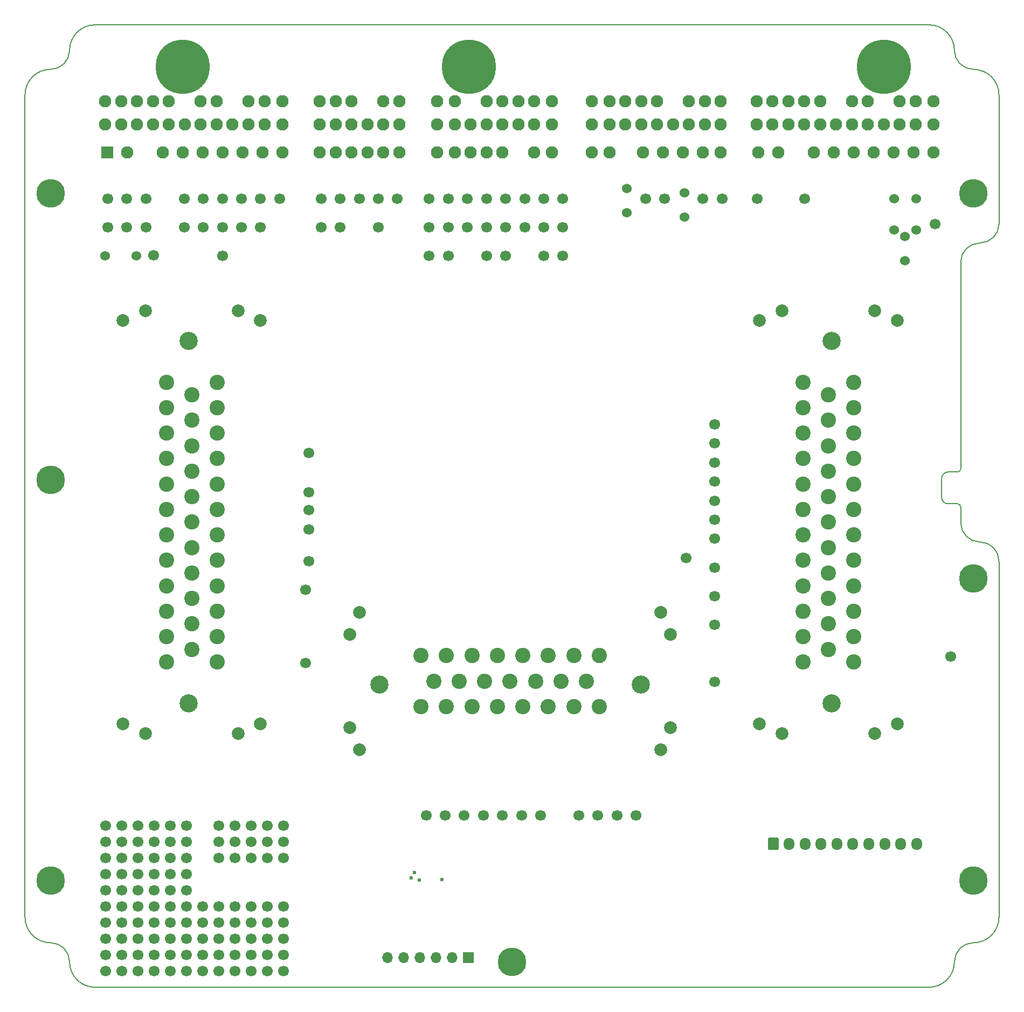
<source format=gbs>
G04 #@! TF.GenerationSoftware,KiCad,Pcbnew,(5.99.0-12439-g94954386e6)*
G04 #@! TF.CreationDate,2021-10-11T23:11:19+03:00*
G04 #@! TF.ProjectId,proteus125honda,70726f74-6575-4733-9132-35686f6e6461,rev?*
G04 #@! TF.SameCoordinates,PX5a995c0PYcfb5d40*
G04 #@! TF.FileFunction,Soldermask,Bot*
G04 #@! TF.FilePolarity,Negative*
%FSLAX46Y46*%
G04 Gerber Fmt 4.6, Leading zero omitted, Abs format (unit mm)*
G04 Created by KiCad (PCBNEW (5.99.0-12439-g94954386e6)) date 2021-10-11 23:11:19*
%MOMM*%
%LPD*%
G01*
G04 APERTURE LIST*
G04 #@! TA.AperFunction,Profile*
%ADD10C,0.200000*%
G04 #@! TD*
%ADD11C,1.700000*%
%ADD12C,1.524000*%
%ADD13C,0.599999*%
%ADD14C,4.500000*%
%ADD15O,1.700000X1.950000*%
%ADD16R,1.700000X1.700000*%
%ADD17O,1.700000X1.700000*%
%ADD18C,2.000000*%
%ADD19C,2.850000*%
%ADD20C,2.400000*%
%ADD21C,1.950000*%
%ADD22R,1.950000X1.950000*%
%ADD23C,8.500000*%
G04 APERTURE END LIST*
D10*
X4000001Y144299999D02*
G75*
G03*
X7000000Y147300000I-1J3000000D01*
G01*
X153000000Y120000000D02*
X153000000Y140300000D01*
X6999996Y3999998D02*
G75*
G03*
X10999998Y0I4000000J2D01*
G01*
X11000000Y151300000D02*
X142000000Y151300000D01*
X149000002Y7000002D02*
G75*
G03*
X153000000Y11000000I0J3999998D01*
G01*
X146500000Y76000000D02*
X145000000Y76000000D01*
X11000000Y0D02*
X142000000Y0D01*
X144000003Y76999997D02*
G75*
G03*
X145000000Y76000000I999997J0D01*
G01*
X3999996Y7000002D02*
G75*
G02*
X-2Y11000000I0J3999998D01*
G01*
X144000000Y77000000D02*
X144000000Y80000000D01*
X147000000Y114000000D02*
G75*
G02*
X150000000Y117000000I3000000J0D01*
G01*
X149000000Y7000000D02*
G75*
G03*
X146000000Y4000000I0J-3000000D01*
G01*
X6999997Y147300001D02*
G75*
G02*
X11000000Y151300000I4000001J-2D01*
G01*
X-2Y11000000D02*
X0Y140300000D01*
X146000003Y147300001D02*
G75*
G03*
X142000000Y151300000I-4000001J-2D01*
G01*
X150000000Y70000000D02*
G75*
G02*
X153000000Y67000000I0J-3000000D01*
G01*
X145000000Y81000000D02*
X146500000Y81000000D01*
X3999998Y7000000D02*
G75*
G02*
X6999998Y4000000I0J-3000000D01*
G01*
X148999999Y144299999D02*
G75*
G02*
X146000000Y147300000I1J3000000D01*
G01*
X146500001Y76000001D02*
G75*
G02*
X147000000Y75500000I-1J-500000D01*
G01*
X146500001Y81000001D02*
G75*
G03*
X147000000Y81500000I0J499999D01*
G01*
X143999997Y80000003D02*
G75*
G02*
X145000000Y81000000I1000000J-3D01*
G01*
X147000000Y81500000D02*
X147000000Y114000000D01*
X147000000Y73000000D02*
X147000000Y75500000D01*
X150000000Y117000000D02*
G75*
G03*
X153000000Y120000000I0J3000000D01*
G01*
X146000002Y3999998D02*
G75*
G02*
X142000000Y0I-4000000J2D01*
G01*
X3999999Y144299999D02*
G75*
G03*
X0Y140300000I0J-3999999D01*
G01*
X147000000Y73000000D02*
G75*
G03*
X150000000Y70000000I3000000J0D01*
G01*
X153000000Y11000000D02*
X153000000Y67000000D01*
X149000001Y144299999D02*
G75*
G02*
X153000000Y140300000I0J-3999999D01*
G01*
D11*
G04 #@! TO.C,P69*
X108349999Y70500000D03*
G04 #@! TD*
G04 #@! TO.C,P12*
X72500000Y124000000D03*
G04 #@! TD*
G04 #@! TO.C,P51*
X31000000Y115000000D03*
G04 #@! TD*
G04 #@! TO.C,P86*
X44549999Y84000000D03*
G04 #@! TD*
G04 #@! TO.C,P32*
X52500000Y124000000D03*
G04 #@! TD*
G04 #@! TO.C,G7*
X20320000Y15240000D03*
X20320000Y17780000D03*
X20320000Y20320000D03*
X20320000Y22860000D03*
X20320000Y25400000D03*
X22860000Y15240000D03*
X22860000Y17780000D03*
X22860000Y20320000D03*
X22860000Y22860000D03*
X22860000Y25400000D03*
X25400000Y15240000D03*
X25400000Y17780000D03*
X25400000Y20320000D03*
X25400000Y22860000D03*
X25400000Y25400000D03*
G04 #@! TD*
G04 #@! TO.C,P79*
X81000000Y27000000D03*
G04 #@! TD*
G04 #@! TO.C,P40*
X40000000Y124000000D03*
G04 #@! TD*
G04 #@! TO.C,P80*
X93000000Y27000000D03*
G04 #@! TD*
G04 #@! TO.C,P50*
X37000000Y119500000D03*
G04 #@! TD*
G04 #@! TO.C,P24*
X84500000Y115000000D03*
G04 #@! TD*
D12*
G04 #@! TO.C,F2*
X136500000Y123950000D03*
X136500000Y119050000D03*
G04 #@! TD*
D13*
G04 #@! TO.C,M2*
X60656662Y17162502D03*
X61181662Y18037504D03*
X61931660Y16862500D03*
X65481661Y16937503D03*
G04 #@! TD*
D11*
G04 #@! TO.C,P71*
X108349999Y61500000D03*
G04 #@! TD*
G04 #@! TO.C,P60*
X108349999Y57000000D03*
G04 #@! TD*
G04 #@! TO.C,G2*
X12700000Y15240000D03*
X12700000Y17780000D03*
X12700000Y20320000D03*
X12700000Y22860000D03*
X12700000Y25400000D03*
X15240000Y15240000D03*
X15240000Y17780000D03*
X15240000Y20320000D03*
X15240000Y22860000D03*
X15240000Y25400000D03*
X17780000Y15240000D03*
X17780000Y17780000D03*
X17780000Y20320000D03*
X17780000Y22860000D03*
X17780000Y25400000D03*
G04 #@! TD*
G04 #@! TO.C,P83*
X78000000Y27000000D03*
G04 #@! TD*
G04 #@! TO.C,G5*
X40640000Y20320000D03*
X38100000Y20320000D03*
X35560000Y20320000D03*
X33020000Y20320000D03*
X30480000Y20320000D03*
X40640000Y22860000D03*
X38100000Y22860000D03*
X35560000Y22860000D03*
X33020000Y22860000D03*
X30480000Y22860000D03*
X40640000Y25400000D03*
X38100000Y25400000D03*
X35560000Y25400000D03*
X33020000Y25400000D03*
X30480000Y25400000D03*
G04 #@! TD*
G04 #@! TO.C,P16*
X84500000Y119500000D03*
G04 #@! TD*
G04 #@! TO.C,P11*
X75500000Y124000000D03*
G04 #@! TD*
G04 #@! TO.C,P65*
X108349999Y82500000D03*
G04 #@! TD*
G04 #@! TO.C,P19*
X75500000Y119500000D03*
G04 #@! TD*
G04 #@! TO.C,P78*
X90000000Y27000000D03*
G04 #@! TD*
D14*
G04 #@! TO.C,J9*
X4050000Y124800000D03*
G04 #@! TD*
D11*
G04 #@! TO.C,P66*
X108349999Y79500000D03*
G04 #@! TD*
G04 #@! TO.C,P21*
X69500000Y119500000D03*
G04 #@! TD*
G04 #@! TO.C,P1*
X143000000Y120000000D03*
G04 #@! TD*
G04 #@! TO.C,P82*
X87000000Y27000000D03*
G04 #@! TD*
G04 #@! TO.C,P38*
X46500000Y119500000D03*
G04 #@! TD*
G04 #@! TO.C,P94*
X44049999Y62500000D03*
G04 #@! TD*
D12*
G04 #@! TO.C,F1*
X140000000Y123950000D03*
X140000000Y119050000D03*
G04 #@! TD*
D11*
G04 #@! TO.C,P73*
X63000000Y27000000D03*
G04 #@! TD*
D12*
G04 #@! TO.C,R2*
X103600000Y124905000D03*
X103600000Y121095000D03*
G04 #@! TD*
D11*
G04 #@! TO.C,P81*
X96000000Y27000000D03*
G04 #@! TD*
G04 #@! TO.C,P29*
X66500000Y115000000D03*
G04 #@! TD*
G04 #@! TO.C,J4*
G36*
G01*
X116700000Y21825000D02*
X116700000Y23275000D01*
G75*
G02*
X116950000Y23525000I250000J0D01*
G01*
X118150000Y23525000D01*
G75*
G02*
X118400000Y23275000I0J-250000D01*
G01*
X118400000Y21825000D01*
G75*
G02*
X118150000Y21575000I-250000J0D01*
G01*
X116950000Y21575000D01*
G75*
G02*
X116700000Y21825000I0J250000D01*
G01*
G37*
D15*
X120050000Y22550000D03*
X122550000Y22550000D03*
X125050000Y22550000D03*
X127550000Y22550000D03*
X130050000Y22550000D03*
X132550000Y22550000D03*
X135050000Y22550000D03*
X137550000Y22550000D03*
X140050000Y22550000D03*
G04 #@! TD*
D14*
G04 #@! TO.C,J13*
X4050000Y16800000D03*
G04 #@! TD*
D11*
G04 #@! TO.C,P9*
X84500000Y124000000D03*
G04 #@! TD*
G04 #@! TO.C,P53*
X25000000Y119500000D03*
G04 #@! TD*
G04 #@! TO.C,P27*
X75500000Y115000000D03*
G04 #@! TD*
G04 #@! TO.C,P37*
X49500000Y119500000D03*
G04 #@! TD*
G04 #@! TO.C,P43*
X34000000Y119500000D03*
G04 #@! TD*
D14*
G04 #@! TO.C,J10*
X76500000Y3950000D03*
G04 #@! TD*
D11*
G04 #@! TO.C,P44*
X31000000Y124000000D03*
G04 #@! TD*
D14*
G04 #@! TO.C,J8*
X148950000Y64300000D03*
G04 #@! TD*
D11*
G04 #@! TO.C,P3*
X115000000Y124000000D03*
G04 #@! TD*
D16*
G04 #@! TO.C,J3*
X69660000Y4700000D03*
D17*
X67120000Y4700000D03*
X64580000Y4700000D03*
X62040000Y4700000D03*
X59500000Y4700000D03*
X56960000Y4700000D03*
G04 #@! TD*
D11*
G04 #@! TO.C,P92*
X16000000Y124000000D03*
G04 #@! TD*
G04 #@! TO.C,P89*
X97500000Y124000000D03*
G04 #@! TD*
G04 #@! TO.C,P8*
X100500000Y124000000D03*
G04 #@! TD*
D12*
G04 #@! TO.C,R4*
X138200000Y118005000D03*
X138200000Y114195000D03*
G04 #@! TD*
D11*
G04 #@! TO.C,P74*
X72000000Y27000000D03*
G04 #@! TD*
G04 #@! TO.C,P42*
X34000000Y124000000D03*
G04 #@! TD*
G04 #@! TO.C,P6*
X109500000Y124000000D03*
G04 #@! TD*
G04 #@! TO.C,P31*
X55500000Y124000000D03*
G04 #@! TD*
G04 #@! TO.C,P67*
X108349999Y76500000D03*
G04 #@! TD*
G04 #@! TO.C,P57*
X108300000Y88500000D03*
G04 #@! TD*
G04 #@! TO.C,P35*
X58500000Y124000000D03*
G04 #@! TD*
G04 #@! TO.C,P13*
X69500000Y124000000D03*
G04 #@! TD*
G04 #@! TO.C,P46*
X25000000Y124000000D03*
G04 #@! TD*
G04 #@! TO.C,P10*
X81500000Y124000000D03*
G04 #@! TD*
G04 #@! TO.C,P72*
X108349999Y48000000D03*
G04 #@! TD*
G04 #@! TO.C,P15*
X63500000Y124000000D03*
G04 #@! TD*
G04 #@! TO.C,P61*
X108349999Y66000000D03*
G04 #@! TD*
G04 #@! TO.C,P95*
X44549999Y67000000D03*
G04 #@! TD*
G04 #@! TO.C,P26*
X78500000Y119500000D03*
G04 #@! TD*
G04 #@! TO.C,P36*
X55500000Y119500000D03*
G04 #@! TD*
G04 #@! TO.C,G1*
X27940001Y2540000D03*
X27940001Y5080000D03*
X27940001Y7620000D03*
X27940001Y10160000D03*
X27940001Y12700000D03*
X30480001Y2540000D03*
X30480001Y5080000D03*
X30480001Y7620000D03*
X30480001Y10160000D03*
X30480001Y12700000D03*
X33020001Y2540000D03*
X33020001Y5080000D03*
X33020001Y7620000D03*
X33020001Y10160000D03*
X33020001Y12700000D03*
G04 #@! TD*
G04 #@! TO.C,P49*
X13000000Y124000000D03*
G04 #@! TD*
G04 #@! TO.C,P96*
X44049999Y51000000D03*
G04 #@! TD*
G04 #@! TO.C,G8*
X12700000Y2540000D03*
X12700000Y5080000D03*
X12700000Y7620000D03*
X12700000Y10160000D03*
X12700000Y12700000D03*
X15240000Y2540000D03*
X15240000Y5080000D03*
X15240000Y7620000D03*
X15240000Y10160000D03*
X15240000Y12700000D03*
X17780000Y2540000D03*
X17780000Y5080000D03*
X17780000Y7620000D03*
X17780000Y10160000D03*
X17780000Y12700000D03*
G04 #@! TD*
G04 #@! TO.C,P18*
X78500000Y124000000D03*
G04 #@! TD*
G04 #@! TO.C,P30*
X63500000Y115000000D03*
G04 #@! TD*
G04 #@! TO.C,P88*
X44549999Y77850000D03*
G04 #@! TD*
G04 #@! TO.C,G4*
X20320000Y2540001D03*
X20320000Y5080001D03*
X20320000Y7620001D03*
X20320000Y10160001D03*
X20320000Y12700001D03*
X22860000Y2540001D03*
X22860000Y5080001D03*
X22860000Y7620001D03*
X22860000Y10160001D03*
X22860000Y12700001D03*
X25400000Y2540001D03*
X25400000Y5080001D03*
X25400000Y7620001D03*
X25400000Y10160001D03*
X25400000Y12700001D03*
G04 #@! TD*
G04 #@! TO.C,P17*
X81500000Y119500000D03*
G04 #@! TD*
G04 #@! TO.C,P75*
X75000000Y27000000D03*
G04 #@! TD*
G04 #@! TO.C,P45*
X28000000Y124000000D03*
G04 #@! TD*
G04 #@! TO.C,P14*
X66500000Y124000000D03*
G04 #@! TD*
D14*
G04 #@! TO.C,J11*
X148950000Y124800000D03*
G04 #@! TD*
D12*
G04 #@! TO.C,R3*
X94500000Y125605000D03*
X94500000Y121795000D03*
G04 #@! TD*
D11*
G04 #@! TO.C,P76*
X66000000Y27000000D03*
G04 #@! TD*
G04 #@! TO.C,P90*
X13000000Y119500000D03*
G04 #@! TD*
G04 #@! TO.C,P91*
X31000000Y119500000D03*
G04 #@! TD*
G04 #@! TO.C,P58*
X145400000Y52000000D03*
G04 #@! TD*
G04 #@! TO.C,P20*
X72500000Y119500000D03*
G04 #@! TD*
D14*
G04 #@! TO.C,J7*
X4050000Y79800000D03*
G04 #@! TD*
D18*
G04 #@! TO.C,BRD1*
X33500000Y39925000D03*
X115400000Y104825000D03*
D19*
X55700000Y47625000D03*
D18*
X137000000Y41425000D03*
X99900000Y58925000D03*
D19*
X25700000Y44625000D03*
X126700000Y101625000D03*
D18*
X133500000Y106325000D03*
X51000000Y40825000D03*
X99900000Y37325000D03*
X137000000Y104825000D03*
X118900000Y39925000D03*
X15400000Y104825000D03*
X52500000Y58925000D03*
X51000000Y55425000D03*
D19*
X25700000Y101625000D03*
D18*
X37000000Y41425000D03*
D19*
X126700000Y44625000D03*
X96700000Y47625000D03*
D18*
X101400000Y40825000D03*
X33500000Y106325000D03*
X118900000Y106325000D03*
X18900000Y39925000D03*
X15400000Y41425000D03*
X18900000Y106325000D03*
X115400000Y41425000D03*
X133500000Y39925000D03*
X52500000Y37325000D03*
X37000000Y104825000D03*
X101400000Y55425000D03*
D20*
X130200000Y51125000D03*
X130200000Y55125000D03*
X130200000Y59125000D03*
X130200000Y63125000D03*
X130200000Y67125000D03*
X130200000Y71125000D03*
X130200000Y75125000D03*
X130200000Y79125000D03*
X130200000Y83125000D03*
X130200000Y87125000D03*
X130200000Y91125000D03*
X130200000Y95125000D03*
X126200000Y53125000D03*
X126200000Y57125000D03*
X126200000Y61125000D03*
X126200000Y65125000D03*
X126200000Y69125000D03*
X126200000Y73125000D03*
X126200000Y77125000D03*
X126200000Y81125000D03*
X126200000Y85125000D03*
X126200000Y89125000D03*
X126200000Y93125000D03*
X122200000Y51125000D03*
X122200000Y55125000D03*
X122200000Y59125000D03*
X122200000Y63125000D03*
X122200000Y67125000D03*
X122200000Y71125000D03*
X122200000Y75125000D03*
X122200000Y79125000D03*
X122200000Y83125000D03*
X122200000Y87125000D03*
X122200000Y91125000D03*
X122200000Y95125000D03*
X62200000Y44125000D03*
X66200000Y44125000D03*
X70200000Y44125000D03*
X74200000Y44125000D03*
X78200000Y44125000D03*
X82200000Y44125000D03*
X86200000Y44125000D03*
X90200000Y44125000D03*
X64200000Y48125000D03*
X68200000Y48125000D03*
X72200000Y48125000D03*
X76200000Y48125000D03*
X80200000Y48125000D03*
X84200000Y48125000D03*
X88200000Y48125000D03*
X62200000Y52125000D03*
X66200000Y52125000D03*
X70200000Y52125000D03*
X74200000Y52125000D03*
X78200000Y52125000D03*
X82200000Y52125000D03*
X86200000Y52125000D03*
X90200000Y52125000D03*
X22200000Y95125000D03*
X22200000Y91125000D03*
X22200000Y87125000D03*
X22200000Y83125000D03*
X22200000Y79125000D03*
X22200000Y75125000D03*
X22200000Y71125000D03*
X22200000Y67125000D03*
X22200000Y63125000D03*
X22200000Y59125000D03*
X22200000Y55125000D03*
X22200000Y51125000D03*
X26200000Y93125000D03*
X26200000Y89125000D03*
X26200000Y85125000D03*
X26200000Y81125000D03*
X26200000Y77125000D03*
X26200000Y73125000D03*
X26200000Y69125000D03*
X26200000Y65125000D03*
X26200000Y61125000D03*
X26200000Y57125000D03*
X26200000Y53125000D03*
X30200000Y95125000D03*
X30200000Y91125000D03*
X30200000Y87125000D03*
X30200000Y83125000D03*
X30200000Y79125000D03*
X30200000Y75125000D03*
X30200000Y71125000D03*
X30200000Y67125000D03*
X30200000Y63125000D03*
X30200000Y59125000D03*
X30200000Y55125000D03*
X30200000Y51125000D03*
G04 #@! TD*
D11*
G04 #@! TO.C,P87*
X44549999Y75000000D03*
G04 #@! TD*
G04 #@! TO.C,P7*
X106500000Y124000000D03*
G04 #@! TD*
G04 #@! TO.C,P55*
X20200000Y115100000D03*
G04 #@! TD*
G04 #@! TO.C,P77*
X69000000Y27000000D03*
G04 #@! TD*
G04 #@! TO.C,P52*
X28000000Y119500000D03*
G04 #@! TD*
G04 #@! TO.C,P25*
X81500000Y115000000D03*
G04 #@! TD*
G04 #@! TO.C,P93*
X44549999Y72000000D03*
G04 #@! TD*
G04 #@! TO.C,P70*
X103849999Y67500000D03*
G04 #@! TD*
G04 #@! TO.C,P22*
X66500000Y119500000D03*
G04 #@! TD*
G04 #@! TO.C,P2*
X122500000Y124000000D03*
G04 #@! TD*
D12*
G04 #@! TO.C,F3*
X12550000Y115000000D03*
X17450000Y115000000D03*
G04 #@! TD*
D11*
G04 #@! TO.C,P34*
X46500000Y124000000D03*
G04 #@! TD*
G04 #@! TO.C,P28*
X72500000Y115000000D03*
G04 #@! TD*
G04 #@! TO.C,P41*
X37000000Y124000000D03*
G04 #@! TD*
D14*
G04 #@! TO.C,J12*
X148950000Y16800000D03*
G04 #@! TD*
D21*
G04 #@! TO.C,J1*
X142700000Y131250000D03*
X139570000Y131250000D03*
X136440000Y131250000D03*
X133310000Y131250000D03*
X130180000Y131250000D03*
X127050000Y131250000D03*
X123920000Y131250000D03*
X118330000Y131250000D03*
X115200000Y131250000D03*
X142700000Y135650000D03*
X139900000Y135650000D03*
X137400000Y135650000D03*
X134900000Y135650000D03*
X132400000Y135650000D03*
X129900000Y135650000D03*
X127400000Y135650000D03*
X124900000Y135650000D03*
X122400000Y135650000D03*
X119900000Y135650000D03*
X117400000Y135650000D03*
X114900000Y135650000D03*
X142700000Y139250000D03*
X139900000Y139250000D03*
X137400000Y139250000D03*
X132400000Y139250000D03*
X129900000Y139250000D03*
X124900000Y139250000D03*
X122400000Y139250000D03*
X119900000Y139250000D03*
X117400000Y139250000D03*
X114900000Y139250000D03*
X109300000Y131250000D03*
X106500000Y131250000D03*
X103370000Y131250000D03*
X100240000Y131250000D03*
X97110000Y131250000D03*
X91800000Y131250000D03*
X89000000Y131250000D03*
X109300000Y135650000D03*
X106800000Y135650000D03*
X104300000Y135650000D03*
X101800000Y135650000D03*
X99300000Y135650000D03*
X96800000Y135650000D03*
X94300000Y135650000D03*
X91800000Y135650000D03*
X89000000Y135650000D03*
X109300000Y139250000D03*
X106800000Y139250000D03*
X104300000Y139250000D03*
X99300000Y139250000D03*
X96800000Y139250000D03*
X94300000Y139250000D03*
X91800000Y139250000D03*
X89000000Y139250000D03*
X82800000Y131250000D03*
X80000000Y131250000D03*
X75000000Y131250000D03*
X72500000Y131250000D03*
X70000000Y131250000D03*
X67500000Y131250000D03*
X64700000Y131250000D03*
X82800000Y135650000D03*
X80000000Y135650000D03*
X77500000Y135650000D03*
X75000000Y135650000D03*
X72500000Y135650000D03*
X70000000Y135650000D03*
X67500000Y135650000D03*
X64700000Y135650000D03*
X82800000Y139250000D03*
X80000000Y139250000D03*
X77500000Y139250000D03*
X75000000Y139250000D03*
X72500000Y139250000D03*
X67500000Y139250000D03*
X64700000Y139250000D03*
X58800000Y131250000D03*
X56300000Y131250000D03*
X53800000Y131250000D03*
X51300000Y131250000D03*
X48800000Y131250000D03*
X46300000Y131250000D03*
X58800000Y135650000D03*
X56300000Y135650000D03*
X53800000Y135650000D03*
X51300000Y135650000D03*
X48800000Y135650000D03*
X46300000Y135650000D03*
X58800000Y139250000D03*
X56300000Y139250000D03*
X51300000Y139250000D03*
X48800000Y139250000D03*
X46300000Y139250000D03*
X40400000Y131250000D03*
X37270000Y131250000D03*
X34140000Y131250000D03*
X31010000Y131250000D03*
X27880000Y131250000D03*
X24750000Y131250000D03*
X21620000Y131250000D03*
X16030000Y131250000D03*
D22*
X12900000Y131250000D03*
D21*
X40400000Y135650000D03*
X37600000Y135650000D03*
X35100000Y135650000D03*
X32600000Y135650000D03*
X30100000Y135650000D03*
X27600000Y135650000D03*
X25100000Y135650000D03*
X22600000Y135650000D03*
X20100000Y135650000D03*
X17600000Y135650000D03*
X15100000Y135650000D03*
X12600000Y135650000D03*
X40400000Y139250000D03*
X37600000Y139250000D03*
X35100000Y139250000D03*
X30100000Y139250000D03*
X27600000Y139250000D03*
X22600000Y139250000D03*
X20100000Y139250000D03*
X17600000Y139250000D03*
X15100000Y139250000D03*
X12600000Y139250000D03*
D23*
X24800000Y144700000D03*
X69700000Y144700000D03*
X134900000Y144700000D03*
G04 #@! TD*
D11*
G04 #@! TO.C,P68*
X108349999Y73500000D03*
G04 #@! TD*
G04 #@! TO.C,P54*
X19000000Y119500000D03*
G04 #@! TD*
G04 #@! TO.C,G3*
X35560000Y2540001D03*
X35560000Y5080001D03*
X35560000Y7620001D03*
X35560000Y10160001D03*
X35560000Y12700001D03*
X38100000Y2540001D03*
X38100000Y5080001D03*
X38100000Y7620001D03*
X38100000Y10160001D03*
X38100000Y12700001D03*
X40640000Y2540001D03*
X40640000Y5080001D03*
X40640000Y7620001D03*
X40640000Y10160001D03*
X40640000Y12700001D03*
G04 #@! TD*
G04 #@! TO.C,P48*
X16000000Y119500000D03*
G04 #@! TD*
G04 #@! TO.C,P56*
X108300000Y85500000D03*
G04 #@! TD*
G04 #@! TO.C,P23*
X63500000Y119500000D03*
G04 #@! TD*
G04 #@! TO.C,P33*
X49500000Y124000000D03*
G04 #@! TD*
G04 #@! TO.C,P47*
X19000000Y124000000D03*
G04 #@! TD*
M02*

</source>
